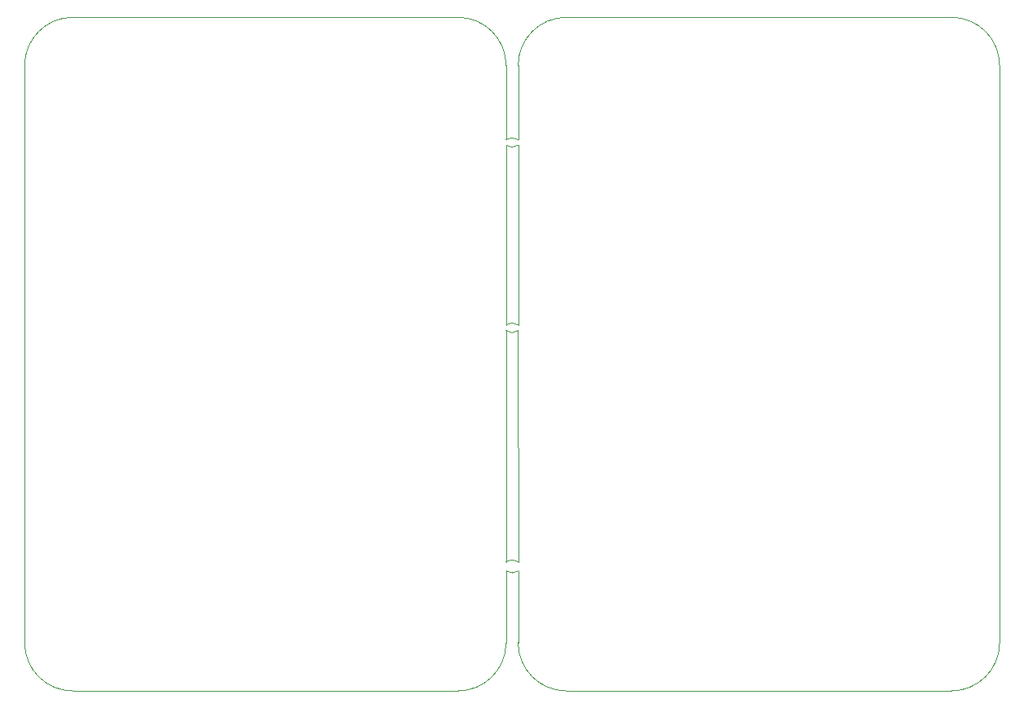
<source format=gbr>
%TF.GenerationSoftware,KiCad,Pcbnew,9.0.2*%
%TF.CreationDate,2025-06-04T19:49:41+07:00*%
%TF.ProjectId,BSPD jadi 1,42535044-206a-4616-9469-20312e6b6963,rev?*%
%TF.SameCoordinates,Original*%
%TF.FileFunction,Profile,NP*%
%FSLAX46Y46*%
G04 Gerber Fmt 4.6, Leading zero omitted, Abs format (unit mm)*
G04 Created by KiCad (PCBNEW 9.0.2) date 2025-06-04 19:49:41*
%MOMM*%
%LPD*%
G01*
G04 APERTURE LIST*
%TA.AperFunction,Profile*%
%ADD10C,0.050000*%
%TD*%
G04 APERTURE END LIST*
D10*
X102750000Y-81000000D02*
G75*
G02*
X107750000Y-76000000I5000000J0D01*
G01*
X51500000Y-81000000D02*
X51500000Y-141000000D01*
X56500000Y-146000000D02*
G75*
G02*
X51500000Y-141000000I0J5000000D01*
G01*
X102751310Y-89284769D02*
G75*
G02*
X101508394Y-89279129I-617910J784769D01*
G01*
X101513488Y-132581860D02*
G75*
G02*
X102756405Y-132587498I617912J-784740D01*
G01*
X102755772Y-133526445D02*
X102750000Y-141000000D01*
X101500000Y-81000000D02*
X101507061Y-88715231D01*
X102755768Y-132587471D02*
X102742584Y-108554450D01*
X51500000Y-81000000D02*
G75*
G02*
X56500000Y-76000000I5000000J0D01*
G01*
X96500000Y-76000000D02*
G75*
G02*
X101500000Y-81000000I0J-5000000D01*
G01*
X102755773Y-133526445D02*
G75*
G02*
X101512808Y-133520866I-617973J784745D01*
G01*
X102750000Y-88720842D02*
X102750000Y-81000000D01*
X107750000Y-146000000D02*
G75*
G02*
X102750000Y-141000000I0J5000000D01*
G01*
X96500000Y-76000000D02*
X56500000Y-76000000D01*
X101500000Y-141000000D02*
X101512768Y-133520834D01*
X152750000Y-141000000D02*
G75*
G02*
X147750000Y-146000000I-5000000J0D01*
G01*
X101507061Y-88715231D02*
G75*
G02*
X102750000Y-88720842I617939J-784769D01*
G01*
X147750000Y-76000000D02*
X107750000Y-76000000D01*
X101512225Y-107964076D02*
G75*
G02*
X102755191Y-107969653I617975J-784724D01*
G01*
X101499647Y-108548839D02*
X101512781Y-132583239D01*
X101500000Y-141000000D02*
G75*
G02*
X96500000Y-146000000I-5000000J0D01*
G01*
X107750000Y-146000000D02*
X147750000Y-146000000D01*
X56500000Y-146000000D02*
X96500000Y-146000000D01*
X102742586Y-108554450D02*
G75*
G02*
X101499611Y-108548884I-617986J784750D01*
G01*
X102751310Y-89284769D02*
X102752625Y-107969687D01*
X152750000Y-141000000D02*
X152750000Y-81000000D01*
X101509686Y-107966083D02*
X101508371Y-89279158D01*
X147750000Y-76000000D02*
G75*
G02*
X152750000Y-81000000I0J-5000000D01*
G01*
M02*

</source>
